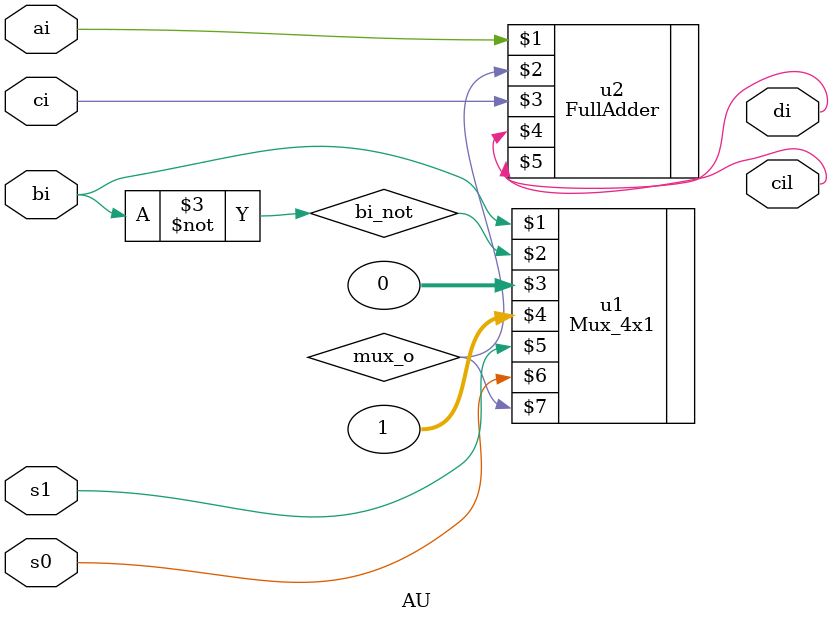
<source format=v>

module AU(ai,bi,s0,s1,ci,di,cil);

	input ai,bi,s0,s1,ci;
	output di,cil;

	wire bi_not, mux_o;

	not(bi_not, bi);

	Mux_4x1 u1(bi,bi_not,0,1,s1,s0,mux_o);

	FullAdder u2(ai,mux_o,ci,di,cil);

endmodule

</source>
